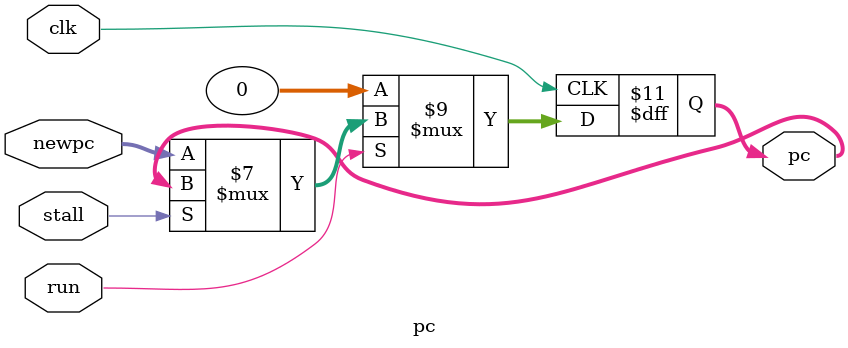
<source format=v>
module pc # (
        parameter initial_addr = 32'h0000_0000
    )
    (
        input               clk,
        input               run,
        input       [31:0]  newpc,
        input               stall,
        output  reg [31:0]  pc
    );

    initial begin
        pc <= initial_addr;
    end

    always @(negedge clk) begin
        if (run == 1'b1) begin
            if (stall == 1'b0)
                pc <= newpc;
            else 
                pc <= pc;
        end
        else begin
            pc <= initial_addr;
        end
    end

endmodule

</source>
